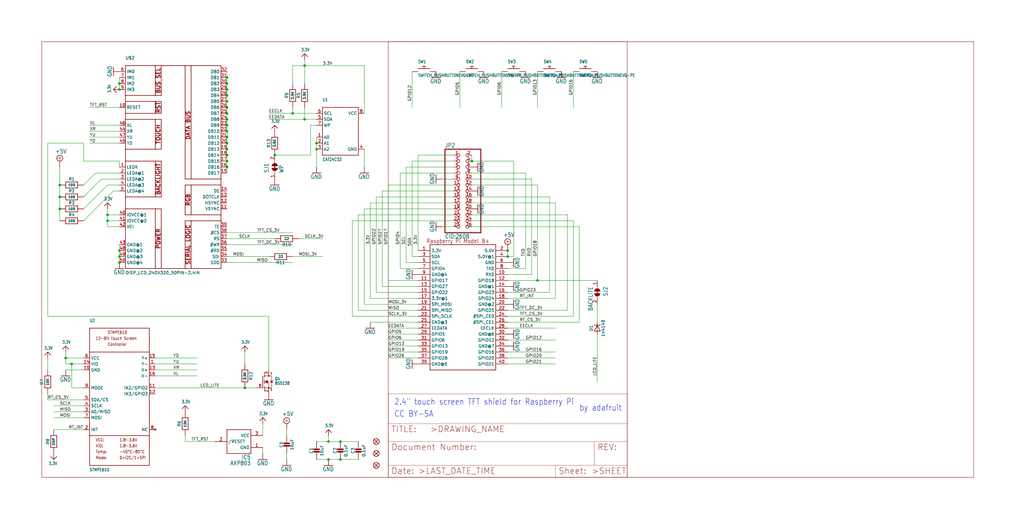
<source format=kicad_sch>
(kicad_sch (version 20211123) (generator eeschema)
  (paper "User" 435.483 223.571)
  (junction (at 50.8 35.56))
  (junction (at 215.9 109.22))
  (junction (at 96.52 50.8))
  (junction (at 96.52 43.18))
  (junction (at 50.8 38.1))
  (junction (at 96.52 40.64))
  (junction (at 96.52 55.88))
  (junction (at 27.94 152.4))
  (junction (at 45.72 93.98))
  (junction (at 50.8 106.68))
  (junction (at 139.7 195.58))
  (junction (at 228.6 119.38))
  (junction (at 96.52 33.02))
  (junction (at 139.7 187.96))
  (junction (at 129.54 50.8))
  (junction (at 30.48 154.94))
  (junction (at 96.52 38.1))
  (junction (at 96.52 53.34))
  (junction (at 96.52 66.04))
  (junction (at 144.78 195.58))
  (junction (at 96.52 58.42))
  (junction (at 96.52 48.26))
  (junction (at 129.54 27.94))
  (junction (at 96.52 35.56))
  (junction (at 45.72 91.44))
  (junction (at 25.4 83.82))
  (junction (at 104.14 165.1))
  (junction (at 96.52 45.72))
  (junction (at 124.46 48.26))
  (junction (at 50.8 109.22))
  (junction (at 144.78 187.96))
  (junction (at 215.9 106.68))
  (junction (at 96.52 71.12))
  (junction (at 134.62 60.96))
  (junction (at 200.66 68.58))
  (junction (at 134.62 63.5))
  (junction (at 116.84 66.04))
  (junction (at 25.4 88.9))
  (junction (at 96.52 63.5))
  (junction (at 25.4 78.74))
  (junction (at 50.8 111.76))
  (junction (at 96.52 68.58))
  (junction (at 96.52 60.96))
  (wire (pts (xy 96.52 99.06) (xy 124.46 99.06)))
  (wire (pts (xy 193.04 91.44) (xy 152.4 91.44)))
  (wire (pts (xy 177.8 149.86) (xy 165.1 149.86)))
  (wire (pts (xy 193.04 78.74) (xy 165.1 78.74)))
  (wire (pts (xy 228.6 30.48) (xy 228.6 45.72)))
  (wire (pts (xy 45.72 91.44) (xy 50.8 91.44)))
  (wire (pts (xy 20.32 157.48) (xy 20.32 152.4)))
  (wire (pts (xy 50.8 33.02) (xy 50.8 35.56)))
  (wire (pts (xy 200.66 93.98) (xy 243.84 93.98)))
  (wire (pts (xy 246.38 96.52) (xy 246.38 137.16)))
  (wire (pts (xy 193.04 71.12) (xy 172.72 71.12)))
  (wire (pts (xy 144.78 187.96) (xy 139.7 187.96)))
  (wire (pts (xy 35.56 88.9) (xy 45.72 78.74)))
  (wire (pts (xy 35.56 68.58) (xy 50.8 68.58)))
  (wire (pts (xy 149.86 93.98) (xy 149.86 134.62)))
  (wire (pts (xy 96.52 45.72) (xy 96.52 48.26)))
  (wire (pts (xy 43.18 76.2) (xy 50.8 76.2)))
  (wire (pts (xy 50.8 68.58) (xy 50.8 71.12)))
  (wire (pts (xy 66.04 165.1) (xy 104.14 165.1)))
  (wire (pts (xy 177.8 139.7) (xy 165.1 139.7)))
  (wire (pts (xy 96.52 30.48) (xy 96.52 33.02)))
  (wire (pts (xy 96.52 66.04) (xy 96.52 68.58)))
  (wire (pts (xy 132.08 53.34) (xy 134.62 53.34)))
  (wire (pts (xy 27.94 152.4) (xy 27.94 154.94)))
  (wire (pts (xy 254 142.24) (xy 254 162.56)))
  (wire (pts (xy 175.26 68.58) (xy 175.26 109.22)))
  (wire (pts (xy 200.66 66.04) (xy 200.66 68.58)))
  (wire (pts (xy 193.04 83.82) (xy 160.02 83.82)))
  (wire (pts (xy 241.3 132.08) (xy 215.9 132.08)))
  (wire (pts (xy 200.66 86.36) (xy 236.22 86.36)))
  (wire (pts (xy 228.6 119.38) (xy 254 119.38)))
  (wire (pts (xy 154.94 63.5) (xy 154.94 71.12)))
  (wire (pts (xy 246.38 137.16) (xy 215.9 137.16)))
  (wire (pts (xy 50.8 45.72) (xy 38.1 45.72)))
  (wire (pts (xy 114.3 134.62) (xy 114.3 157.48)))
  (wire (pts (xy 236.22 127) (xy 215.9 127)))
  (wire (pts (xy 226.06 76.2) (xy 226.06 116.84)))
  (wire (pts (xy 27.94 157.48) (xy 35.56 157.48)))
  (wire (pts (xy 243.84 134.62) (xy 215.9 134.62)))
  (wire (pts (xy 170.18 73.66) (xy 170.18 114.3)))
  (wire (pts (xy 177.8 147.32) (xy 165.1 147.32)))
  (wire (pts (xy 40.64 73.66) (xy 50.8 73.66)))
  (wire (pts (xy 91.44 187.96) (xy 78.74 187.96)))
  (wire (pts (xy 20.32 134.62) (xy 114.3 134.62)))
  (wire (pts (xy 96.52 101.6) (xy 116.84 101.6)))
  (wire (pts (xy 200.66 83.82) (xy 233.68 83.82)))
  (wire (pts (xy 200.66 78.74) (xy 228.6 78.74)))
  (wire (pts (xy 96.52 71.12) (xy 96.52 73.66)))
  (wire (pts (xy 96.52 53.34) (xy 96.52 55.88)))
  (wire (pts (xy 193.04 96.52) (xy 187.96 96.52)))
  (wire (pts (xy 35.56 60.96) (xy 35.56 68.58)))
  (wire (pts (xy 96.52 35.56) (xy 96.52 38.1)))
  (wire (pts (xy 20.32 170.18) (xy 35.56 170.18)))
  (wire (pts (xy 114.3 50.8) (xy 129.54 50.8)))
  (wire (pts (xy 96.52 60.96) (xy 96.52 63.5)))
  (wire (pts (xy 129.54 45.72) (xy 129.54 50.8)))
  (wire (pts (xy 139.7 185.42) (xy 139.7 187.96)))
  (wire (pts (xy 45.72 78.74) (xy 50.8 78.74)))
  (wire (pts (xy 116.84 66.04) (xy 132.08 66.04)))
  (wire (pts (xy 162.56 121.92) (xy 177.8 121.92)))
  (wire (pts (xy 170.18 114.3) (xy 177.8 114.3)))
  (wire (pts (xy 35.56 154.94) (xy 30.48 154.94)))
  (wire (pts (xy 124.46 48.26) (xy 114.3 48.26)))
  (wire (pts (xy 241.3 91.44) (xy 241.3 132.08)))
  (wire (pts (xy 25.4 83.82) (xy 25.4 88.9)))
  (wire (pts (xy 218.44 68.58) (xy 218.44 109.22)))
  (wire (pts (xy 121.92 182.88) (xy 121.92 185.42)))
  (wire (pts (xy 124.46 109.22) (xy 137.16 109.22)))
  (wire (pts (xy 96.52 63.5) (xy 96.52 66.04)))
  (wire (pts (xy 50.8 60.96) (xy 38.1 60.96)))
  (wire (pts (xy 162.56 81.28) (xy 162.56 121.92)))
  (wire (pts (xy 45.72 96.52) (xy 45.72 93.98)))
  (wire (pts (xy 215.9 139.7) (xy 236.22 139.7)))
  (wire (pts (xy 25.4 78.74) (xy 25.4 83.82)))
  (wire (pts (xy 157.48 127) (xy 177.8 127)))
  (wire (pts (xy 96.52 68.58) (xy 96.52 71.12)))
  (wire (pts (xy 236.22 154.94) (xy 215.9 154.94)))
  (wire (pts (xy 154.94 27.94) (xy 129.54 27.94)))
  (wire (pts (xy 193.04 66.04) (xy 177.8 66.04)))
  (wire (pts (xy 160.02 83.82) (xy 160.02 124.46)))
  (wire (pts (xy 172.72 111.76) (xy 177.8 111.76)))
  (wire (pts (xy 152.4 195.58) (xy 144.78 195.58)))
  (wire (pts (xy 144.78 187.96) (xy 152.4 187.96)))
  (wire (pts (xy 223.52 114.3) (xy 215.9 114.3)))
  (wire (pts (xy 193.04 81.28) (xy 162.56 81.28)))
  (wire (pts (xy 50.8 93.98) (xy 45.72 93.98)))
  (wire (pts (xy 30.48 154.94) (xy 27.94 154.94)))
  (wire (pts (xy 50.8 109.22) (xy 50.8 111.76)))
  (wire (pts (xy 254 137.16) (xy 254 129.54)))
  (wire (pts (xy 96.52 50.8) (xy 96.52 53.34)))
  (wire (pts (xy 236.22 86.36) (xy 236.22 127)))
  (wire (pts (xy 66.04 152.4) (xy 83.82 152.4)))
  (wire (pts (xy 132.08 66.04) (xy 132.08 53.34)))
  (wire (pts (xy 27.94 149.86) (xy 27.94 152.4)))
  (wire (pts (xy 124.46 27.94) (xy 124.46 35.56)))
  (wire (pts (xy 22.86 172.72) (xy 35.56 172.72)))
  (wire (pts (xy 139.7 187.96) (xy 134.62 187.96)))
  (wire (pts (xy 165.1 119.38) (xy 177.8 119.38)))
  (wire (pts (xy 228.6 78.74) (xy 228.6 119.38)))
  (wire (pts (xy 134.62 63.5) (xy 134.62 71.12)))
  (wire (pts (xy 25.4 88.9) (xy 25.4 93.98)))
  (wire (pts (xy 66.04 157.48) (xy 83.82 157.48)))
  (wire (pts (xy 35.56 78.74) (xy 40.64 73.66)))
  (wire (pts (xy 134.62 195.58) (xy 139.7 195.58)))
  (wire (pts (xy 20.32 170.18) (xy 20.32 167.64)))
  (wire (pts (xy 35.56 165.1) (xy 30.48 165.1)))
  (wire (pts (xy 218.44 109.22) (xy 215.9 109.22)))
  (wire (pts (xy 200.66 91.44) (xy 241.3 91.44)))
  (wire (pts (xy 48.26 81.28) (xy 50.8 81.28)))
  (wire (pts (xy 177.8 66.04) (xy 177.8 106.68)))
  (wire (pts (xy 96.52 55.88) (xy 96.52 58.42)))
  (wire (pts (xy 30.48 165.1) (xy 30.48 154.94)))
  (wire (pts (xy 175.26 30.48) (xy 175.26 45.72)))
  (wire (pts (xy 45.72 96.52) (xy 50.8 96.52)))
  (wire (pts (xy 149.86 134.62) (xy 177.8 134.62)))
  (wire (pts (xy 160.02 124.46) (xy 177.8 124.46)))
  (wire (pts (xy 193.04 93.98) (xy 149.86 93.98)))
  (wire (pts (xy 111.76 190.5) (xy 111.76 193.04)))
  (wire (pts (xy 124.46 45.72) (xy 124.46 48.26)))
  (wire (pts (xy 193.04 88.9) (xy 154.94 88.9)))
  (wire (pts (xy 152.4 132.08) (xy 177.8 132.08)))
  (wire (pts (xy 226.06 116.84) (xy 215.9 116.84)))
  (wire (pts (xy 243.84 30.48) (xy 243.84 45.72)))
  (wire (pts (xy 66.04 154.94) (xy 83.82 154.94)))
  (wire (pts (xy 129.54 50.8) (xy 134.62 50.8)))
  (wire (pts (xy 165.1 152.4) (xy 177.8 152.4)))
  (wire (pts (xy 129.54 35.56) (xy 129.54 27.94)))
  (wire (pts (xy 27.94 152.4) (xy 35.56 152.4)))
  (wire (pts (xy 104.14 154.94) (xy 104.14 149.86)))
  (wire (pts (xy 228.6 119.38) (xy 215.9 119.38)))
  (wire (pts (xy 96.52 58.42) (xy 96.52 60.96)))
  (wire (pts (xy 233.68 124.46) (xy 215.9 124.46)))
  (wire (pts (xy 104.14 165.1) (xy 109.22 165.1)))
  (wire (pts (xy 66.04 160.02) (xy 83.82 160.02)))
  (wire (pts (xy 96.52 40.64) (xy 96.52 43.18)))
  (wire (pts (xy 129.54 27.94) (xy 124.46 27.94)))
  (wire (pts (xy 78.74 187.96) (xy 78.74 185.42)))
  (wire (pts (xy 45.72 91.44) (xy 45.72 88.9)))
  (wire (pts (xy 223.52 73.66) (xy 223.52 114.3)))
  (wire (pts (xy 134.62 58.42) (xy 134.62 60.96)))
  (wire (pts (xy 152.4 91.44) (xy 152.4 132.08)))
  (wire (pts (xy 50.8 53.34) (xy 38.1 53.34)))
  (wire (pts (xy 193.04 86.36) (xy 157.48 86.36)))
  (wire (pts (xy 193.04 76.2) (xy 187.96 76.2)))
  (wire (pts (xy 96.52 38.1) (xy 96.52 40.64)))
  (wire (pts (xy 96.52 43.18) (xy 96.52 45.72)))
  (wire (pts (xy 154.94 129.54) (xy 177.8 129.54)))
  (wire (pts (xy 215.9 149.86) (xy 236.22 149.86)))
  (wire (pts (xy 111.76 185.42) (xy 111.76 180.34)))
  (wire (pts (xy 177.8 142.24) (xy 165.1 142.24)))
  (wire (pts (xy 35.56 93.98) (xy 48.26 81.28)))
  (wire (pts (xy 35.56 177.8) (xy 22.86 177.8)))
  (wire (pts (xy 50.8 104.14) (xy 50.8 106.68)))
  (wire (pts (xy 20.32 60.96) (xy 35.56 60.96)))
  (wire (pts (xy 96.52 109.22) (xy 114.3 109.22)))
  (wire (pts (xy 50.8 106.68) (xy 50.8 109.22)))
  (wire (pts (xy 134.62 48.26) (xy 124.46 48.26)))
  (wire (pts (xy 96.52 111.76) (xy 124.46 111.76)))
  (wire (pts (xy 154.94 48.26) (xy 154.94 27.94)))
  (wire (pts (xy 200.66 76.2) (xy 226.06 76.2)))
  (wire (pts (xy 243.84 93.98) (xy 243.84 134.62)))
  (wire (pts (xy 35.56 182.88) (xy 22.86 182.88)))
  (wire (pts (xy 172.72 71.12) (xy 172.72 111.76)))
  (wire (pts (xy 200.66 96.52) (xy 246.38 96.52)))
  (wire (pts (xy 215.9 152.4) (xy 236.22 152.4)))
  (wire (pts (xy 200.66 68.58) (xy 218.44 68.58)))
  (wire (pts (xy 35.56 83.82) (xy 43.18 76.2)))
  (wire (pts (xy 175.26 109.22) (xy 177.8 109.22)))
  (wire (pts (xy 96.52 48.26) (xy 96.52 50.8)))
  (wire (pts (xy 165.1 144.78) (xy 177.8 144.78)))
  (wire (pts (xy 96.52 33.02) (xy 96.52 35.56)))
  (wire (pts (xy 22.86 175.26) (xy 35.56 175.26)))
  (wire (pts (xy 213.36 30.48) (xy 213.36 45.72)))
  (wire (pts (xy 154.94 88.9) (xy 154.94 129.54)))
  (wire (pts (xy 195.58 30.48) (xy 195.58 45.72)))
  (wire (pts (xy 127 101.6) (xy 137.16 101.6)))
  (wire (pts (xy 193.04 68.58) (xy 175.26 68.58)))
  (wire (pts (xy 200.66 73.66) (xy 223.52 73.66)))
  (wire (pts (xy 50.8 35.56) (xy 50.8 38.1)))
  (wire (pts (xy 25.4 71.12) (xy 25.4 78.74)))
  (wire (pts (xy 96.52 104.14) (xy 124.46 104.14)))
  (wire (pts (xy 215.9 106.68) (xy 215.9 109.22)))
  (wire (pts (xy 157.48 137.16) (xy 177.8 137.16)))
  (wire (pts (xy 121.92 195.58) (xy 121.92 193.04)))
  (wire (pts (xy 139.7 195.58) (xy 144.78 195.58)))
  (wire (pts (xy 233.68 83.82) (xy 233.68 124.46)))
  (wire (pts (xy 134.62 60.96) (xy 134.62 63.5)))
  (wire (pts (xy 165.1 78.74) (xy 165.1 119.38)))
  (wire (pts (xy 50.8 55.88) (xy 38.1 55.88)))
  (wire (pts (xy 193.04 73.66) (xy 170.18 73.66)))
  (wire (pts (xy 45.72 93.98) (xy 45.72 91.44)))
  (wire (pts (xy 129.54 25.4) (xy 129.54 27.94)))
  (wire (pts (xy 215.9 144.78) (xy 236.22 144.78)))
  (wire (pts (xy 157.48 86.36) (xy 157.48 127)))
  (wire (pts (xy 38.1 58.42) (xy 50.8 58.42)))
  (wire (pts (xy 20.32 60.96) (xy 20.32 134.62)))
  (text "by adafruit~{}" (at 246.38 175.26 180) (effects (font (size 2.54 2.159)) (justify left bottom)))
  (text "2.4\" touch screen TFT shield for Raspberry Pi" (at 167.64 172.72 180) (effects (font (size 2.54 2.159)) (justify left bottom)))
  (text "CC BY-SA" (at 167.64 177.8 180) (effects (font (size 2.54 2.159)) (justify left bottom)))
  (label "MISO" (at 109.22 111.76 0) (effects (font (size 1.2446 1.2446))))
  (label "MOSI" (at 25.4 177.8 0) (effects (font (size 1.2446 1.2446))))
  (label "GPIO6" (at 165.1 144.78 0) (effects (font (size 1.2446 1.2446))))
  (label "EEDATA" (at 114.3 50.8 0) (effects (font (size 1.2446 1.2446))))
  (label "SCLK" (at 101.6 101.6 0) (effects (font (size 1.2446 1.2446))))
  (label "SCLK_3V" (at 165.1 134.62 0) (effects (font (size 1.2446 1.2446))))
  (label "MOSI_3V" (at 127 109.22 0) (effects (font (size 1.2446 1.2446))))
  (label "SCLK_3V" (at 129.54 101.6 0) (effects (font (size 1.2446 1.2446))))
  (label "EECLK" (at 114.3 48.26 0) (effects (font (size 1.2446 1.2446))))
  (label "GPIO12" (at 223.52 144.78 0) (effects (font (size 1.2446 1.2446))))
  (label "YU" (at 73.66 154.94 0) (effects (font (size 1.2446 1.2446))))
  (label "MISO" (at 25.4 175.26 0) (effects (font (size 1.2446 1.2446))))
  (label "GPIO18" (at 228.6 109.22 90) (effects (font (size 1.2446 1.2446))))
  (label "RT_INT" (at 29.21 182.88 0) (effects (font (size 1.2446 1.2446))))
  (label "GPIO6" (at 213.36 40.64 90) (effects (font (size 1.2446 1.2446))))
  (label "GPIO19" (at 165.1 149.86 0) (effects (font (size 1.2446 1.2446))))
  (label "RT_CS_3V" (at 220.98 137.16 0) (effects (font (size 1.2446 1.2446))))
  (label "MISO" (at 165.1 132.08 0) (effects (font (size 1.2446 1.2446))))
  (label "TFT_DC_3V" (at 109.22 104.14 0) (effects (font (size 1.2446 1.2446))))
  (label "SCLK" (at 25.4 172.72 0) (effects (font (size 1.2446 1.2446))))
  (label "TFT_RST" (at 38.1 45.72 0) (effects (font (size 1.2446 1.2446))))
  (label "YU" (at 38.1 58.42 0) (effects (font (size 1.2446 1.2446))))
  (label "SDA" (at 175.26 104.775 90) (effects (font (size 1.2446 1.2446))))
  (label "GPIO12" (at 175.26 43.18 90) (effects (font (size 1.2446 1.2446))))
  (label "RXD" (at 226.06 109.22 90) (effects (font (size 1.2446 1.2446))))
  (label "YD" (at 73.66 152.4 0) (effects (font (size 1.2446 1.2446))))
  (label "XR" (at 38.1 55.88 0) (effects (font (size 1.2446 1.2446))))
  (label "XL" (at 38.1 53.34 0) (effects (font (size 1.2446 1.2446))))
  (label "GPIO5" (at 165.1 142.24 0) (effects (font (size 1.2446 1.2446))))
  (label "GPIO20" (at 223.52 152.4 0) (effects (font (size 1.2446 1.2446))))
  (label "YD" (at 38.1 60.96 0) (effects (font (size 1.2446 1.2446))))
  (label "GPIO21" (at 223.52 154.94 0) (effects (font (size 1.2446 1.2446))))
  (label "GPIO5" (at 195.58 40.64 90) (effects (font (size 1.2446 1.2446))))
  (label "GPIO16" (at 243.84 40.64 90) (effects (font (size 1.2446 1.2446))))
  (label "GPIO26" (at 165.1 152.4 0) (effects (font (size 1.2446 1.2446))))
  (label "GPIO27" (at 162.56 104.14 90) (effects (font (size 1.2446 1.2446))))
  (label "GPIO13" (at 165.1 147.32 0) (effects (font (size 1.2446 1.2446))))
  (label "3.3V" (at 157.48 104.14 90) (effects (font (size 1.2446 1.2446))))
  (label "TFT_CS_3V" (at 220.98 134.62 0) (effects (font (size 1.2446 1.2446))))
  (label "GPIO22" (at 160.02 104.14 90) (effects (font (size 1.2446 1.2446))))
  (label "TFT_DC_3V" (at 220.98 132.08 0) (effects (font (size 1.2446 1.2446))))
  (label "XR" (at 73.66 157.48 0) (effects (font (size 1.2446 1.2446))))
  (label "LCD_LITE" (at 254 160.02 90) (effects (font (size 1.2446 1.2446))))
  (label "RT_CS_3V" (at 20.32 170.18 0) (effects (font (size 1.2446 1.2446))))
  (label "XL" (at 73.66 160.02 0) (effects (font (size 1.2446 1.2446))))
  (label "EEDATA" (at 165.1 139.7 0) (effects (font (size 1.2446 1.2446))))
  (label "3.3V" (at 137.16 27.94 0) (effects (font (size 1.2446 1.2446))))
  (label "MOSI" (at 99.06 109.22 0) (effects (font (size 1.2446 1.2446))))
  (label "LCD_LITE" (at 85.09 165.1 0) (effects (font (size 1.2446 1.2446))))
  (label "SCL" (at 172.72 104.14 90) (effects (font (size 1.2446 1.2446))))
  (label "EECLK" (at 220.98 139.7 0) (effects (font (size 1.2446 1.2446))))
  (label "GPIO16" (at 223.52 149.86 0) (effects (font (size 1.2446 1.2446))))
  (label "GPIO4" (at 170.18 104.14 90) (effects (font (size 1.2446 1.2446))))
  (label "TFT_RST" (at 81.28 187.96 0) (effects (font (size 1.2446 1.2446))))
  (label "TXD" (at 223.52 109.22 90) (effects (font (size 1.2446 1.2446))))
  (label "RT_INT" (at 220.98 127 0) (effects (font (size 1.2446 1.2446))))
  (label "GPIO17" (at 165.1 104.14 90) (effects (font (size 1.2446 1.2446))))
  (label "GPIO13" (at 228.6 40.64 90) (effects (font (size 1.2446 1.2446))))
  (label "MOSI_3V" (at 165.1 129.54 0) (effects (font (size 1.2446 1.2446))))
  (label "GPIO23" (at 220.98 124.46 0) (effects (font (size 1.2446 1.2446))))
  (label "TFT_CS_3V" (at 109.22 99.06 0) (effects (font (size 1.2446 1.2446))))
  (label "3.3V" (at 177.8 104.14 90) (effects (font (size 1.2446 1.2446))))
  (symbol (lib_id "schematicEagle-eagle-import:SOLDERJUMPER_CLOSED") (at 116.84 71.12 90) (unit 1)
    (property "Reference" "SJ1" (at 114.3 73.66 0) (effects (font (size 1.778 1.5113)) (justify left bottom)))
    (property "Value" "WP" (at 120.65 73.66 0) (effects (font (size 1.778 1.5113)) (justify left bottom)))
    (property "Footprint" "schematicEagle:SOLDERJUMPER_CLOSEDWIRE" (effects hide))
  )
  (symbol (lib_id "schematicEagle-eagle-import:STMPE610") (at 50.8 170.18 0) (unit 1)
    (property "Reference" "U2" (at 38.1 137.16 0) (effects (font (size 1.27 1.0795)) (justify left bottom)))
    (property "Value" "STMPE610" (at 38.1 200.66 0) (effects (font (size 1.27 1.0795)) (justify left bottom)))
    (property "Footprint" "schematicEagle:QFN16_3MM" (effects hide))
  )
  (symbol (lib_id "schematicEagle-eagle-import:GND") (at 27.94 160.02 0) (unit 1)
    (property "Reference" "#U$7" (effects hide))
    (property "Value" "GND" (at 25.4 162.56 0) (effects (font (size 1.778 1.5113)) (justify left bottom)))
    (property "Footprint" "schematicEagle:" (effects hide))
  )
  (symbol (lib_id "schematicEagle-eagle-import:FIDUCIAL{dblquote}{dblquote}") (at 160.02 198.12 0) (unit 1)
    (property "Reference" "U$11" (effects hide))
    (property "Value" "FIDUCIAL{dblquote}{dblquote}" (effects hide))
    (property "Footprint" "schematicEagle:FIDUCIAL_1MM" (effects hide))
  )
  (symbol (lib_id "schematicEagle-eagle-import:3.3V") (at 48.26 38.1 90) (unit 1)
    (property "Reference" "#U$25" (effects hide))
    (property "Value" "3.3V" (at 47.244 39.624 0) (effects (font (size 1.27 1.0795)) (justify left bottom)))
    (property "Footprint" "schematicEagle:" (effects hide))
  )
  (symbol (lib_id "schematicEagle-eagle-import:MOSFET-NWIDE") (at 111.76 162.56 0) (unit 1)
    (property "Reference" "Q4" (at 116.84 161.925 0) (effects (font (size 1.27 1.0795)) (justify left bottom)))
    (property "Value" "BSS138" (at 116.84 163.83 0) (effects (font (size 1.27 1.0795)) (justify left bottom)))
    (property "Footprint" "schematicEagle:SOT23-WIDE" (effects hide))
  )
  (symbol (lib_id "schematicEagle-eagle-import:GND") (at 218.44 142.24 90) (unit 1)
    (property "Reference" "#U$32" (effects hide))
    (property "Value" "GND" (at 220.98 144.78 0) (effects (font (size 1.778 1.5113)) (justify left bottom)))
    (property "Footprint" "schematicEagle:" (effects hide))
  )
  (symbol (lib_id "schematicEagle-eagle-import:GND") (at 218.44 111.76 90) (unit 1)
    (property "Reference" "#U$12" (effects hide))
    (property "Value" "GND" (at 220.98 114.3 0) (effects (font (size 1.778 1.5113)) (justify left bottom)))
    (property "Footprint" "schematicEagle:" (effects hide))
  )
  (symbol (lib_id "schematicEagle-eagle-import:RESISTOR0805_NOOUTLINE") (at 124.46 40.64 90) (unit 1)
    (property "Reference" "R9" (at 121.92 40.64 0))
    (property "Value" "3.9K" (at 124.46 40.64 0) (effects (font (size 1.016 1.016) bold)))
    (property "Footprint" "schematicEagle:0805-NO" (effects hide))
  )
  (symbol (lib_id "schematicEagle-eagle-import:+5V") (at 121.92 180.34 0) (unit 1)
    (property "Reference" "#SUPPLY5" (effects hide))
    (property "Value" "+5V" (at 120.015 177.165 0) (effects (font (size 1.778 1.5113)) (justify left bottom)))
    (property "Footprint" "schematicEagle:" (effects hide))
  )
  (symbol (lib_id "schematicEagle-eagle-import:GND") (at 185.42 76.2 270) (unit 1)
    (property "Reference" "#U$40" (effects hide))
    (property "Value" "GND" (at 182.88 73.66 0) (effects (font (size 1.778 1.5113)) (justify left bottom)))
    (property "Footprint" "schematicEagle:" (effects hide))
  )
  (symbol (lib_id "schematicEagle-eagle-import:GND") (at 116.84 78.74 0) (unit 1)
    (property "Reference" "#GND5" (effects hide))
    (property "Value" "GND" (at 114.3 81.28 0) (effects (font (size 1.778 1.5113)) (justify left bottom)))
    (property "Footprint" "schematicEagle:" (effects hide))
  )
  (symbol (lib_id "schematicEagle-eagle-import:SWITCH_PUSHBUTTONEVQ-PE") (at 218.44 30.48 0) (unit 1)
    (property "Reference" "SW3" (at 215.9 26.924 0) (effects (font (size 1.27 1.0795)) (justify left bottom)))
    (property "Value" "SWITCH_PUSHBUTTONEVQ-PE" (at 215.9 32.766 0) (effects (font (size 1.27 1.0795)) (justify left bottom)))
    (property "Footprint" "schematicEagle:TACT_PANA-EVQ" (effects hide))
  )
  (symbol (lib_id "schematicEagle-eagle-import:GND") (at 254 33.02 0) (unit 1)
    (property "Reference" "#U$3" (effects hide))
    (property "Value" "GND" (at 251.46 35.56 0) (effects (font (size 1.778 1.5113)) (justify left bottom)))
    (property "Footprint" "schematicEagle:" (effects hide))
  )
  (symbol (lib_id "schematicEagle-eagle-import:GND") (at 134.62 73.66 0) (unit 1)
    (property "Reference" "#GND3" (effects hide))
    (property "Value" "GND" (at 132.08 76.2 0) (effects (font (size 1.778 1.5113)) (justify left bottom)))
    (property "Footprint" "schematicEagle:" (effects hide))
  )
  (symbol (lib_id "schematicEagle-eagle-import:GND") (at 218.44 129.54 90) (unit 1)
    (property "Reference" "#U$17" (effects hide))
    (property "Value" "GND" (at 220.98 132.08 0) (effects (font (size 1.778 1.5113)) (justify left bottom)))
    (property "Footprint" "schematicEagle:" (effects hide))
  )
  (symbol (lib_id "schematicEagle-eagle-import:DISP_LCD_240X320_50PIN-2.4IN") (at 73.66 68.58 0) (unit 1)
    (property "Reference" "U$2" (at 53.34 25.4 0) (effects (justify left bottom)))
    (property "Value" "DISP_LCD_240X320_50PIN-2.4IN" (at 53.34 116.84 0) (effects (justify left bottom)))
    (property "Footprint" "schematicEagle:TFT_2.4IN_240X320_50PIN" (effects hide))
  )
  (symbol (lib_id "schematicEagle-eagle-import:GND") (at 154.94 73.66 0) (unit 1)
    (property "Reference" "#GND4" (effects hide))
    (property "Value" "GND" (at 152.4 76.2 0) (effects (font (size 1.778 1.5113)) (justify left bottom)))
    (property "Footprint" "schematicEagle:" (effects hide))
  )
  (symbol (lib_id "schematicEagle-eagle-import:EEPROM_I2C_SOIC8_GENERIC") (at 144.78 55.88 0) (unit 1)
    (property "Reference" "U1" (at 137.16 43.18 0) (effects (font (size 1.27 1.0795)) (justify left bottom)))
    (property "Value" "CAT24C32" (at 137.16 68.58 0) (effects (font (size 1.27 1.0795)) (justify left bottom)))
    (property "Footprint" "schematicEagle:SOIC8_150MIL" (effects hide))
  )
  (symbol (lib_id "schematicEagle-eagle-import:CAP_CERAMIC0805-NOOUTLINE") (at 144.78 193.04 0) (unit 1)
    (property "Reference" "C2" (at 142.49 191.79 90))
    (property "Value" "0.1uF" (at 147.08 191.79 90))
    (property "Footprint" "schematicEagle:0805-NO" (effects hide))
  )
  (symbol (lib_id "schematicEagle-eagle-import:3.3V") (at 104.14 147.32 0) (unit 1)
    (property "Reference" "#U$27" (effects hide))
    (property "Value" "3.3V" (at 102.616 146.304 0) (effects (font (size 1.27 1.0795)) (justify left bottom)))
    (property "Footprint" "schematicEagle:" (effects hide))
  )
  (symbol (lib_id "schematicEagle-eagle-import:SOLDERJUMPER_CLOSED") (at 254 124.46 270) (unit 1)
    (property "Reference" "SJ2" (at 256.54 121.92 0) (effects (font (size 1.778 1.5113)) (justify left bottom)))
    (property "Value" "BACKLITE" (at 250.19 121.92 0) (effects (font (size 1.778 1.5113)) (justify left bottom)))
    (property "Footprint" "schematicEagle:SOLDERJUMPER_CLOSEDWIRE" (effects hide))
  )
  (symbol (lib_id "schematicEagle-eagle-import:SWITCH_PUSHBUTTONEVQ-PE") (at 248.92 30.48 0) (unit 1)
    (property "Reference" "SW5" (at 246.38 26.924 0) (effects (font (size 1.27 1.0795)) (justify left bottom)))
    (property "Value" "SWITCH_PUSHBUTTONEVQ-PE" (at 246.38 32.766 0) (effects (font (size 1.27 1.0795)) (justify left bottom)))
    (property "Footprint" "schematicEagle:TACT_PANA-EVQ" (effects hide))
  )
  (symbol (lib_id "schematicEagle-eagle-import:3.3V") (at 139.7 182.88 0) (unit 1)
    (property "Reference" "#U$24" (effects hide))
    (property "Value" "3.3V" (at 138.176 181.864 0) (effects (font (size 1.27 1.0795)) (justify left bottom)))
    (property "Footprint" "schematicEagle:" (effects hide))
  )
  (symbol (lib_id "schematicEagle-eagle-import:FIDUCIAL{dblquote}{dblquote}") (at 160.02 187.96 0) (unit 1)
    (property "Reference" "U$10" (effects hide))
    (property "Value" "FIDUCIAL{dblquote}{dblquote}" (effects hide))
    (property "Footprint" "schematicEagle:FIDUCIAL_1MM" (effects hide))
  )
  (symbol (lib_id "schematicEagle-eagle-import:GND") (at 238.76 33.02 0) (unit 1)
    (property "Reference" "#U$22" (effects hide))
    (property "Value" "GND" (at 236.22 35.56 0) (effects (font (size 1.778 1.5113)) (justify left bottom)))
    (property "Footprint" "schematicEagle:" (effects hide))
  )
  (symbol (lib_id "schematicEagle-eagle-import:RESISTOR0805_NOOUTLINE") (at 78.74 180.34 90) (unit 1)
    (property "Reference" "R6" (at 76.2 180.34 0))
    (property "Value" "10K" (at 78.74 180.34 0) (effects (font (size 1.016 1.016) bold)))
    (property "Footprint" "schematicEagle:0805-NO" (effects hide))
  )
  (symbol (lib_id "schematicEagle-eagle-import:RESISTOR0805_NOOUTLINE") (at 121.92 101.6 180) (unit 1)
    (property "Reference" "R10" (at 121.92 104.14 0))
    (property "Value" "22" (at 121.92 101.6 0) (effects (font (size 1.016 1.016) bold)))
    (property "Footprint" "schematicEagle:0805-NO" (effects hide))
  )
  (symbol (lib_id "schematicEagle-eagle-import:SWITCH_PUSHBUTTONEVQ-PE") (at 180.34 30.48 0) (unit 1)
    (property "Reference" "SW1" (at 177.8 26.924 0) (effects (font (size 1.27 1.0795)) (justify left bottom)))
    (property "Value" "SWITCH_PUSHBUTTONEVQ-PE" (at 177.8 32.766 0) (effects (font (size 1.27 1.0795)) (justify left bottom)))
    (property "Footprint" "schematicEagle:TACT_PANA-EVQ" (effects hide))
  )
  (symbol (lib_id "schematicEagle-eagle-import:3.3V") (at 20.32 149.86 0) (unit 1)
    (property "Reference" "#U$29" (effects hide))
    (property "Value" "3.3V" (at 18.796 148.844 0) (effects (font (size 1.27 1.0795)) (justify left bottom)))
    (property "Footprint" "schematicEagle:" (effects hide))
  )
  (symbol (lib_id "schematicEagle-eagle-import:RASPBERRYPI_BPLUS_HATNOSLOTS") (at 195.58 127 0) (unit 1)
    (property "Reference" "RPI1" (effects hide))
    (property "Value" "RASPBERRYPI_BPLUS_HATNOSLOTS" (effects hide))
    (property "Footprint" "schematicEagle:PI_HAT_NOSLOTS" (effects hide))
  )
  (symbol (lib_id "schematicEagle-eagle-import:LETTER_L") (at 165.1 203.2 0) (unit 2)
    (property "Reference" "#FRAME1" (effects hide))
    (property "Value" "LETTER_L" (effects hide))
    (property "Footprint" "schematicEagle:" (effects hide))
  )
  (symbol (lib_id "schematicEagle-eagle-import:FIDUCIAL{dblquote}{dblquote}") (at 160.02 193.04 0) (unit 1)
    (property "Reference" "U$18" (effects hide))
    (property "Value" "FIDUCIAL{dblquote}{dblquote}" (effects hide))
    (property "Footprint" "schematicEagle:FIDUCIAL_1MM" (effects hide))
  )
  (symbol (lib_id "schematicEagle-eagle-import:GND") (at 50.8 114.3 0) (unit 1)
    (property "Reference" "#U$8" (effects hide))
    (property "Value" "GND" (at 48.26 116.84 0) (effects (font (size 1.778 1.5113)) (justify left bottom)))
    (property "Footprint" "schematicEagle:" (effects hide))
  )
  (symbol (lib_id "schematicEagle-eagle-import:RESISTOR0805_NOOUTLINE") (at 116.84 60.96 90) (unit 1)
    (property "Reference" "R13" (at 114.3 60.96 0))
    (property "Value" "3.9K" (at 116.84 60.96 0) (effects (font (size 1.016 1.016) bold)))
    (property "Footprint" "schematicEagle:0805-NO" (effects hide))
  )
  (symbol (lib_id "schematicEagle-eagle-import:GND") (at 205.74 33.02 0) (unit 1)
    (property "Reference" "#U$20" (effects hide))
    (property "Value" "GND" (at 203.2 35.56 0) (effects (font (size 1.778 1.5113)) (justify left bottom)))
    (property "Footprint" "schematicEagle:" (effects hide))
  )
  (symbol (lib_id "schematicEagle-eagle-import:SWITCH_PUSHBUTTONEVQ-PE") (at 200.66 30.48 0) (unit 1)
    (property "Reference" "SW2" (at 198.12 26.924 0) (effects (font (size 1.27 1.0795)) (justify left bottom)))
    (property "Value" "SWITCH_PUSHBUTTONEVQ-PE" (at 198.12 32.766 0) (effects (font (size 1.27 1.0795)) (justify left bottom)))
    (property "Footprint" "schematicEagle:TACT_PANA-EVQ" (effects hide))
  )
  (symbol (lib_id "schematicEagle-eagle-import:SWITCH_PUSHBUTTONEVQ-PE") (at 233.68 30.48 0) (unit 1)
    (property "Reference" "SW4" (at 231.14 26.924 0) (effects (font (size 1.27 1.0795)) (justify left bottom)))
    (property "Value" "SWITCH_PUSHBUTTONEVQ-PE" (at 231.14 32.766 0) (effects (font (size 1.27 1.0795)) (justify left bottom)))
    (property "Footprint" "schematicEagle:TACT_PANA-EVQ" (effects hide))
  )
  (symbol (lib_id "schematicEagle-eagle-import:CAP_CERAMIC0805-NOOUTLINE") (at 121.92 190.5 0) (unit 1)
    (property "Reference" "C5" (at 119.63 189.25 90))
    (property "Value" "10uF" (at 124.22 189.25 90))
    (property "Footprint" "schematicEagle:0805-NO" (effects hide))
  )
  (symbol (lib_id "schematicEagle-eagle-import:GND") (at 203.2 81.28 90) (unit 1)
    (property "Reference" "#U$37" (effects hide))
    (property "Value" "GND" (at 205.74 83.82 0) (effects (font (size 1.778 1.5113)) (justify left bottom)))
    (property "Footprint" "schematicEagle:" (effects hide))
  )
  (symbol (lib_id "schematicEagle-eagle-import:GND") (at 223.52 33.02 0) (unit 1)
    (property "Reference" "#U$21" (effects hide))
    (property "Value" "GND" (at 220.98 35.56 0) (effects (font (size 1.778 1.5113)) (justify left bottom)))
    (property "Footprint" "schematicEagle:" (effects hide))
  )
  (symbol (lib_id "schematicEagle-eagle-import:LETTER_L") (at 17.78 203.2 0) (unit 1)
    (property "Reference" "#FRAME1" (effects hide))
    (property "Value" "LETTER_L" (effects hide))
    (property "Footprint" "schematicEagle:" (effects hide))
  )
  (symbol (lib_id "schematicEagle-eagle-import:GND") (at 185.42 96.52 270) (unit 1)
    (property "Reference" "#U$42" (effects hide))
    (property "Value" "GND" (at 182.88 93.98 0) (effects (font (size 1.778 1.5113)) (justify left bottom)))
    (property "Footprint" "schematicEagle:" (effects hide))
  )
  (symbol (lib_id "schematicEagle-eagle-import:GND") (at 111.76 195.58 0) (unit 1)
    (property "Reference" "#U$14" (effects hide))
    (property "Value" "GND" (at 109.22 198.12 0) (effects (font (size 1.778 1.5113)) (justify left bottom)))
    (property "Footprint" "schematicEagle:" (effects hide))
  )
  (symbol (lib_id "schematicEagle-eagle-import:3.3V") (at 45.72 86.36 0) (unit 1)
    (property "Reference" "#U$26" (effects hide))
    (property "Value" "3.3V" (at 44.196 85.344 0) (effects (font (size 1.27 1.0795)) (justify left bottom)))
    (property "Footprint" "schematicEagle:" (effects hide))
  )
  (symbol (lib_id "schematicEagle-eagle-import:GND") (at 48.26 30.48 270) (unit 1)
    (property "Reference" "#U$1" (effects hide))
    (property "Value" "GND" (at 45.72 27.94 0) (effects (font (size 1.778 1.5113)) (justify left bottom)))
    (property "Footprint" "schematicEagle:" (effects hide))
  )
  (symbol (lib_id "schematicEagle-eagle-import:RESISTOR0805_NOOUTLINE") (at 129.54 40.64 90) (unit 1)
    (property "Reference" "R5" (at 127 40.64 0))
    (property "Value" "3.9K" (at 129.54 40.64 0) (effects (font (size 1.016 1.016) bold)))
    (property "Footprint" "schematicEagle:0805-NO" (effects hide))
  )
  (symbol (lib_id "schematicEagle-eagle-import:RESISTOR0805_NOOUTLINE") (at 30.48 83.82 0) (unit 1)
    (property "Reference" "R2" (at 30.48 81.28 0))
    (property "Value" "100" (at 30.48 83.82 0) (effects (font (size 1.016 1.016) bold)))
    (property "Footprint" "schematicEagle:0805-NO" (effects hide))
  )
  (symbol (lib_id "schematicEagle-eagle-import:GND") (at 218.44 147.32 90) (unit 1)
    (property "Reference" "#U$33" (effects hide))
    (property "Value" "GND" (at 220.98 149.86 0) (effects (font (size 1.778 1.5113)) (justify left bottom)))
    (property "Footprint" "schematicEagle:" (effects hide))
  )
  (symbol (lib_id "schematicEagle-eagle-import:3.3V") (at 129.54 22.86 0) (unit 1)
    (property "Reference" "#U$35" (effects hide))
    (property "Value" "3.3V" (at 128.016 21.844 0) (effects (font (size 1.27 1.0795)) (justify left bottom)))
    (property "Footprint" "schematicEagle:" (effects hide))
  )
  (symbol (lib_id "schematicEagle-eagle-import:RESISTOR0805_NOOUTLINE") (at 104.14 160.02 270) (unit 1)
    (property "Reference" "R12" (at 106.68 160.02 0))
    (property "Value" "3.9K" (at 104.14 160.02 0) (effects (font (size 1.016 1.016) bold)))
    (property "Footprint" "schematicEagle:0805-NO" (effects hide))
  )
  (symbol (lib_id "schematicEagle-eagle-import:CAP_CERAMIC0805-NOOUTLINE") (at 152.4 193.04 0) (unit 1)
    (property "Reference" "C3" (at 150.11 191.79 90))
    (property "Value" "0.1uF" (at 154.7 191.79 90))
    (property "Footprint" "schematicEagle:0805-NO" (effects hide))
  )
  (symbol (lib_id "schematicEagle-eagle-import:3.3V") (at 78.74 172.72 0) (unit 1)
    (property "Reference" "#U$6" (effects hide))
    (property "Value" "3.3V" (at 77.216 171.704 0) (effects (font (size 1.27 1.0795)) (justify left bottom)))
    (property "Footprint" "schematicEagle:" (effects hide))
  )
  (symbol (lib_id "schematicEagle-eagle-import:3.3V") (at 116.84 53.34 0) (unit 1)
    (property "Reference" "#U$36" (effects hide))
    (property "Value" "3.3V" (at 115.316 52.324 0) (effects (font (size 1.27 1.0795)) (justify left bottom)))
    (property "Footprint" "schematicEagle:" (effects hide))
  )
  (symbol (lib_id "schematicEagle-eagle-import:RESISTOR0805_NOOUTLINE") (at 30.48 78.74 0) (unit 1)
    (property "Reference" "R1" (at 30.48 76.2 0))
    (property "Value" "100" (at 30.48 78.74 0) (effects (font (size 1.016 1.016) bold)))
    (property "Footprint" "schematicEagle:0805-NO" (effects hide))
  )
  (symbol (lib_id "schematicEagle-eagle-import:GND") (at 203.2 71.12 90) (unit 1)
    (property "Reference" "#U$15" (effects hide))
    (property "Value" "GND" (at 205.74 73.66 0) (effects (font (size 1.778 1.5113)) (justify left bottom)))
    (property "Footprint" "schematicEagle:" (effects hide))
  )
  (symbol (lib_id "schematicEagle-eagle-import:GND") (at 139.7 198.12 0) (unit 1)
    (property "Reference" "#U$5" (effects hide))
    (property "Value" "GND" (at 137.16 200.66 0) (effects (font (size 1.778 1.5113)) (justify left bottom)))
    (property "Footprint" "schematicEagle:" (effects hide))
  )
  (symbol (lib_id "schematicEagle-eagle-import:GND") (at 175.26 154.94 270) (unit 1)
    (property "Reference" "#U$34" (effects hide))
    (property "Value" "GND" (at 172.72 152.4 0) (effects (font (size 1.778 1.5113)) (justify left bottom)))
    (property "Footprint" "schematicEagle:" (effects hide))
  )
  (symbol (lib_id "schematicEagle-eagle-import:RESISTOR0805_NOOUTLINE") (at 30.48 88.9 0) (unit 1)
    (property "Reference" "R3" (at 30.48 86.36 0))
    (property "Value" "100" (at 30.48 88.9 0) (effects (font (size 1.016 1.016) bold)))
    (property "Footprint" "schematicEagle:0805-NO" (effects hide))
  )
  (symbol (lib_id "schematicEagle-eagle-import:GND") (at 157.48 139.7 0) (unit 1)
    (property "Reference" "#U$41" (effects hide))
    (property "Value" "GND" (at 154.94 142.24 0) (effects (font (size 1.778 1.5113)) (justify left bottom)))
    (property "Footprint" "schematicEagle:" (effects hide))
  )
  (symbol (lib_id "schematicEagle-eagle-import:+5V") (at 25.4 68.58 0) (unit 1)
    (property "Reference" "#SUPPLY4" (effects hide))
    (property "Value" "+5V" (at 23.495 65.405 0) (effects (font (size 1.778 1.5113)) (justify left bottom)))
    (property "Footprint" "schematicEagle:" (effects hide))
  )
  (symbol (lib_id "schematicEagle-eagle-import:CAP_CERAMIC0805-NOOUTLINE") (at 134.62 193.04 0) (unit 1)
    (property "Reference" "C1" (at 132.33 191.79 90))
    (property "Value" "10uF" (at 136.92 191.79 90))
    (property "Footprint" "schematicEagle:0805-NO" (effects hide))
  )
  (symbol (lib_id "schematicEagle-eagle-import:+5V") (at 215.9 104.14 0) (unit 1)
    (property "Reference" "#SUPPLY1" (effects hide))
    (property "Value" "+5V" (at 213.995 100.965 0) (effects (font (size 1.778 1.5113)) (justify left bottom)))
    (property "Footprint" "schematicEagle:" (effects hide))
  )
  (symbol (lib_id "schematicEagle-eagle-import:RESISTOR0805_NOOUTLINE") (at 30.48 93.98 0) (unit 1)
    (property "Reference" "R4" (at 30.48 91.44 0))
    (property "Value" "100" (at 30.48 93.98 0) (effects (font (size 1.016 1.016) bold)))
    (property "Footprint" "schematicEagle:0805-NO" (effects hide))
  )
  (symbol (lib_id "schematicEagle-eagle-import:RESISTOR0805_NOOUTLINE") (at 119.38 109.22 180) (unit 1)
    (property "Reference" "R11" (at 119.38 111.76 0))
    (property "Value" "22" (at 119.38 109.22 0) (effects (font (size 1.016 1.016) bold)))
    (property "Footprint" "schematicEagle:0805-NO" (effects hide))
  )
  (symbol (lib_id "schematicEagle-eagle-import:3.3V") (at 111.76 177.8 0) (unit 1)
    (property "Reference" "#U$31" (effects hide))
    (property "Value" "3.3V" (at 110.236 176.784 0) (effects (font (size 1.27 1.0795)) (justify left bottom)))
    (property "Footprint" "schematicEagle:" (effects hide))
  )
  (symbol (lib_id "schematicEagle-eagle-import:GND") (at 185.42 33.02 0) (unit 1)
    (property "Reference" "#U$19" (effects hide))
    (property "Value" "GND" (at 182.88 35.56 0) (effects (font (size 1.778 1.5113)) (justify left bottom)))
    (property "Footprint" "schematicEagle:" (effects hide))
  )
  (symbol (lib_id "schematicEagle-eagle-import:GND") (at 203.2 88.9 90) (unit 1)
    (property "Reference" "#U$38" (effects hide))
    (property "Value" "GND" (at 205.74 91.44 0) (effects (font (size 1.778 1.5113)) (justify left bottom)))
    (property "Footprint" "schematicEagle:" (effects hide))
  )
  (symbol (lib_id "schematicEagle-eagle-import:GND") (at 121.92 198.12 0) (unit 1)
    (property "Reference" "#U$13" (effects hide))
    (property "Value" "GND" (at 119.38 200.66 0) (effects (font (size 1.778 1.5113)) (justify left bottom)))
    (property "Footprint" "schematicEagle:" (effects hide))
  )
  (symbol (lib_id "schematicEagle-eagle-import:3.3V") (at 22.86 195.58 180) (unit 1)
    (property "Reference" "#U$30" (effects hide))
    (property "Value" "3.3V" (at 24.384 196.596 0) (effects (font (size 1.27 1.0795)) (justify left bottom)))
    (property "Footprint" "schematicEagle:" (effects hide))
  )
  (symbol (lib_id "schematicEagle-eagle-import:GND") (at 114.3 170.18 0) (unit 1)
    (property "Reference" "#U$4" (effects hide))
    (property "Value" "GND" (at 111.76 172.72 0) (effects (font (size 1.778 1.5113)) (justify left bottom)))
    (property "Footprint" "schematicEagle:" (effects hide))
  )
  (symbol (lib_id "schematicEagle-eagle-import:RESISTOR0805_NOOUTLINE") (at 20.32 162.56 90) (unit 1)
    (property "Reference" "R7" (at 17.78 162.56 0))
    (property "Value" "10K" (at 20.32 162.56 0) (effects (font (size 1.016 1.016) bold)))
    (property "Footprint" "schematicEagle:0805-NO" (effects hide))
  )
  (symbol (lib_id "schematicEagle-eagle-import:HEADER-2X13-SMT") (at 198.12 81.28 0) (unit 1)
    (property "Reference" "JP2" (at 189.23 62.865 0) (effects (font (size 1.778 1.5113)) (justify left bottom)))
    (property "Value" "CID:2608" (at 189.23 101.6 0) (effects (font (size 1.778 1.5113)) (justify left bottom)))
    (property "Footprint" "schematicEagle:2X13_SMT_MALE" (effects hide))
  )
  (symbol (lib_id "schematicEagle-eagle-import:RESISTOR0805_NOOUTLINE") (at 22.86 187.96 90) (unit 1)
    (property "Reference" "R8" (at 20.32 187.96 0))
    (property "Value" "DNP" (at 22.86 187.96 0) (effects (font (size 1.016 1.016) bold)))
    (property "Footprint" "schematicEagle:0805-NO" (effects hide))
  )
  (symbol (lib_id "schematicEagle-eagle-import:3.3V") (at 27.94 147.32 0) (unit 1)
    (property "Reference" "#U$28" (effects hide))
    (property "Value" "3.3V" (at 26.416 146.304 0) (effects (font (size 1.27 1.0795)) (justify left bottom)))
    (property "Footprint" "schematicEagle:" (effects hide))
  )
  (symbol (lib_id "schematicEagle-eagle-import:AXP083-SAG") (at 101.6 187.96 0) (mirror y) (unit 1)
    (property "Reference" "IC5" (at 106.68 195.58 0) (effects (font (size 1.778 1.5113)) (justify left bottom)))
    (property "Value" "AXP803" (at 106.68 198.12 0) (effects (font (size 1.778 1.5113)) (justify left bottom)))
    (property "Footprint" "schematicEagle:SOT23" (effects hide))
  )
  (symbol (lib_id "schematicEagle-eagle-import:GND") (at 218.44 121.92 90) (unit 1)
    (property "Reference" "#U$16" (effects hide))
    (property "Value" "GND" (at 220.98 124.46 0) (effects (font (size 1.778 1.5113)) (justify left bottom)))
    (property "Footprint" "schematicEagle:" (effects hide))
  )
  (symbol (lib_id "schematicEagle-eagle-import:DIODESOD-323") (at 254 139.7 90) (unit 1)
    (property "Reference" "D1" (at 251.46 139.7 0))
    (property "Value" "1n4148" (at 256.5 139.7 0))
    (property "Footprint" "schematicEagle:SOD-323" (effects hide))
  )
  (symbol (lib_id "schematicEagle-eagle-import:GND") (at 175.26 116.84 270) (unit 1)
    (property "Reference" "#U$39" (effects hide))
    (property "Value" "GND" (at 172.72 114.3 0) (effects (font (size 1.778 1.5113)) (justify left bottom)))
    (property "Footprint" "schematicEagle:" (effects hide))
  )
)
</source>
